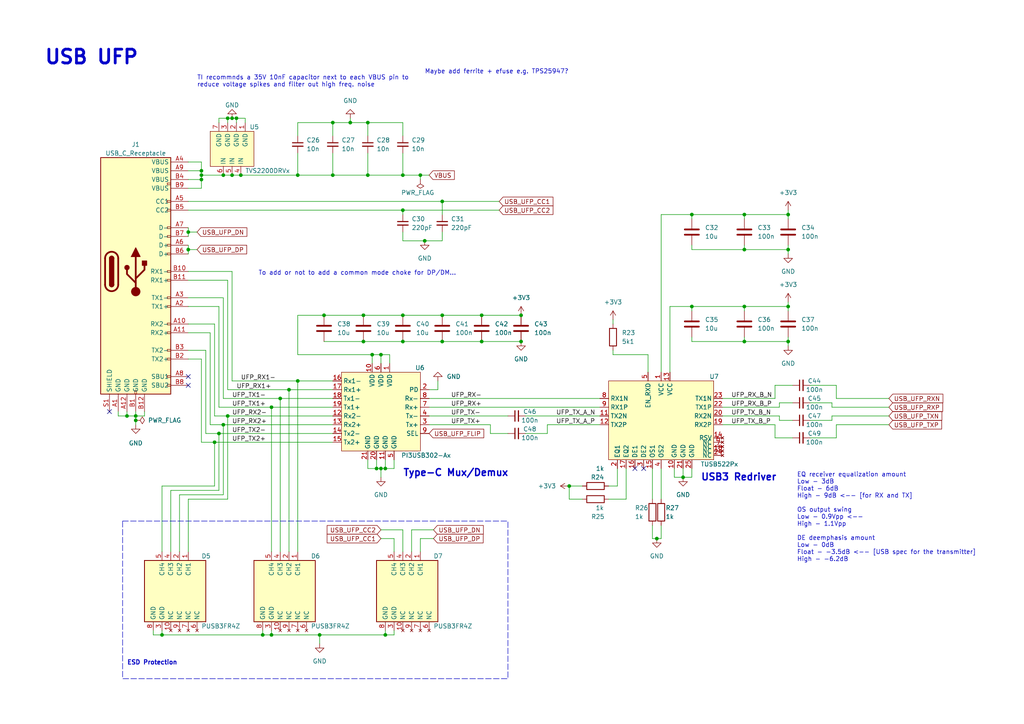
<source format=kicad_sch>
(kicad_sch (version 20230121) (generator eeschema)
  (paper "A4")
  (lib_symbols
    (symbol "CakeUSB:PI3USB302-Ax"
      (property "Reference" "U" (at -12.7 12.7 0))
      (property "Value" "PI3USB302-Ax" (at 16.51 12.7 0))
      (symbol "PI3USB302-Ax_1_1"
        (rectangle (start -11.43 11.43) (end 11.43 -11.43) (fill (type background)))
        (pin power_in line (at -2.54 13.97 270) (length 2.54) (name "VDD") (number "1"))
        (pin power_in line (at 2.54 13.97 270) (length 2.54) (name "VDD") (number "10"))
        (pin power_in line (at -1.27 -13.97 90) (length 2.54) (name "GND") (number "11"))
        (pin bidirectional line (at 13.97 -1.27 180) (length 2.54) (name "Rx2-") (number "12"))
        (pin bidirectional line (at 13.97 -3.81 180) (length 2.54) (name "Rx2+") (number "13"))
        (pin bidirectional line (at 13.97 -6.35 180) (length 2.54) (name "Tx2-") (number "14"))
        (pin bidirectional line (at 13.97 -8.89 180) (length 2.54) (name "Tx2+") (number "15"))
        (pin bidirectional line (at 13.97 8.89 180) (length 2.54) (name "Rx1-") (number "16"))
        (pin bidirectional line (at 13.97 6.35 180) (length 2.54) (name "Rx1+") (number "17"))
        (pin bidirectional line (at 13.97 3.81 180) (length 2.54) (name "Tx1-") (number "18"))
        (pin bidirectional line (at 13.97 1.27 180) (length 2.54) (name "Tx1+") (number "19"))
        (pin input line (at -13.97 6.35 0) (length 2.54) (name "PD") (number "2"))
        (pin power_in line (at 1.27 -13.97 90) (length 2.54) (name "GND") (number "20"))
        (pin power_in line (at 3.81 -13.97 90) (length 2.54) (name "GND") (number "21"))
        (pin bidirectional line (at -13.97 -3.81 0) (length 2.54) (name "Tx+") (number "3"))
        (pin bidirectional line (at -13.97 -1.27 0) (length 2.54) (name "Tx-") (number "4"))
        (pin power_in line (at -3.81 -13.97 90) (length 2.54) (name "GND") (number "5"))
        (pin power_in line (at 0 13.97 270) (length 2.54) (name "VDD") (number "6"))
        (pin bidirectional line (at -13.97 1.27 0) (length 2.54) (name "Rx+") (number "7"))
        (pin bidirectional line (at -13.97 3.81 0) (length 2.54) (name "Rx-") (number "8"))
        (pin input line (at -13.97 -6.35 0) (length 2.54) (name "SEL") (number "9"))
      )
    )
    (symbol "CakeUSB:PUSB3FR4Z"
      (property "Reference" "D" (at -10.16 10.16 0))
      (property "Value" "PUSB3FR4Z" (at 11.43 10.16 0))
      (symbol "PUSB3FR4Z_1_1"
        (rectangle (start -8.89 8.89) (end 8.89 -8.89) (stroke (width 0.254)) (fill (type background)))
        (pin passive line (at -11.43 3.81 0) (length 2.54) (name "CH1") (number "1"))
        (pin no_connect line (at 11.43 -1.27 180) (length 2.54) (name "NC") (number "10"))
        (pin passive line (at -11.43 1.27 0) (length 2.54) (name "CH2") (number "2"))
        (pin power_in line (at 11.43 -3.81 180) (length 2.54) (name "GND") (number "3"))
        (pin passive line (at -11.43 -1.27 0) (length 2.54) (name "CH3") (number "4"))
        (pin passive line (at -11.43 -3.81 0) (length 2.54) (name "CH4") (number "5"))
        (pin no_connect line (at 11.43 6.35 180) (length 2.54) (name "NC") (number "6"))
        (pin no_connect line (at 11.43 3.81 180) (length 2.54) (name "NC") (number "7"))
        (pin power_in line (at 11.43 -6.35 180) (length 2.54) (name "GND") (number "8"))
        (pin no_connect line (at 11.43 1.27 180) (length 2.54) (name "NC") (number "9"))
      )
    )
    (symbol "CakeUSB:TUSB522Px"
      (property "Reference" "U" (at -16.51 12.7 0))
      (property "Value" "TUSB522Px" (at 19.05 12.7 0))
      (symbol "TUSB522Px_1_1"
        (rectangle (start -15.24 11.43) (end 15.24 -11.43) (fill (type background)))
        (pin power_in line (at 0 13.97 270) (length 2.54) (name "VCC") (number "1"))
        (pin power_in line (at 3.81 -13.97 90) (length 2.54) (name "GND") (number "10"))
        (pin output line (at -17.78 1.27 0) (length 2.54) (name "TX2N") (number "11"))
        (pin output line (at -17.78 -1.27 0) (length 2.54) (name "TX2P") (number "12"))
        (pin power_in line (at 2.54 13.97 270) (length 2.54) (name "VCC") (number "13"))
        (pin no_connect line (at 17.78 -5.08 180) (length 2.54) (name "RSV") (number "14"))
        (pin input line (at -2.54 -13.97 90) (length 2.54) (name "OS1") (number "15"))
        (pin input line (at -7.62 -13.97 90) (length 2.54) (name "DE1") (number "16"))
        (pin input line (at -10.16 -13.97 90) (length 2.54) (name "EQ2") (number "17"))
        (pin no_connect line (at 17.78 -8.89 180) (length 2.54) (name "NC") (number "18"))
        (pin input line (at 17.78 -1.27 180) (length 2.54) (name "RX2P") (number "19"))
        (pin input line (at -12.7 -13.97 90) (length 2.54) (name "EQ1") (number "2"))
        (pin input line (at 17.78 1.27 180) (length 2.54) (name "RX2N") (number "20"))
        (pin power_in line (at 6.35 -13.97 90) (length 2.54) (name "GND") (number "21"))
        (pin output line (at 17.78 3.81 180) (length 2.54) (name "TX1P") (number "22"))
        (pin output line (at 17.78 6.35 180) (length 2.54) (name "TX1N") (number "23"))
        (pin no_connect line (at 17.78 -10.16 180) (length 2.54) (name "NC") (number "24"))
        (pin power_in line (at 8.89 -13.97 90) (length 2.54) (name "GND") (number "25"))
        (pin input line (at -5.08 -13.97 90) (length 2.54) (name "DE2") (number "3"))
        (pin input line (at 0 -13.97 90) (length 2.54) (name "OS2") (number "4"))
        (pin input line (at -3.81 13.97 270) (length 2.54) (name "EN_RXD") (number "5"))
        (pin no_connect line (at 17.78 -6.35 180) (length 2.54) (name "NC") (number "6"))
        (pin no_connect line (at 17.78 -7.62 180) (length 2.54) (name "NC") (number "7"))
        (pin input line (at -17.78 6.35 0) (length 2.54) (name "RX1N") (number "8"))
        (pin input line (at -17.78 3.81 0) (length 2.54) (name "RX1P") (number "9"))
      )
    )
    (symbol "CakeUSB:TVS2200DRVx"
      (property "Reference" "D" (at -6.35 7.62 0))
      (property "Value" "TVS2200DRVx" (at 11.43 7.62 0))
      (symbol "TVS2200DRVx_1_1"
        (rectangle (start -5.08 6.35) (end 5.08 -6.35) (fill (type background)))
        (pin power_in line (at -7.62 3.81 0) (length 2.54) (name "GND") (number "1"))
        (pin power_in line (at -7.62 1.27 0) (length 2.54) (name "GND") (number "2"))
        (pin power_in line (at -7.62 -1.27 0) (length 2.54) (name "GND") (number "3"))
        (pin power_in line (at 7.62 2.54 180) (length 2.54) (name "IN") (number "4"))
        (pin power_in line (at 7.62 0 180) (length 2.54) (name "IN") (number "5"))
        (pin power_in line (at 7.62 -2.54 180) (length 2.54) (name "IN") (number "6"))
        (pin power_in line (at -7.62 -3.81 0) (length 2.54) (name "GND") (number "7"))
      )
    )
    (symbol "CakeUSB:USB_C_Receptacle"
      (property "Reference" "J" (at -10.16 35.56 0))
      (symbol "USB_C_Receptacle_0_0"
        (rectangle (start 1.016 -34.29) (end 1.524 -33.274))
        (rectangle (start 11.43 -31.496) (end 10.414 -32.004))
        (rectangle (start 11.43 -28.956) (end 10.414 -29.464))
        (rectangle (start 11.43 -23.876) (end 10.414 -24.384))
        (rectangle (start 11.43 -21.336) (end 10.414 -21.844))
        (rectangle (start 11.43 -16.256) (end 10.414 -16.764))
        (rectangle (start 11.43 -13.716) (end 10.414 -14.224))
        (rectangle (start 11.43 -8.636) (end 10.414 -9.144))
        (rectangle (start 11.43 -6.096) (end 10.414 -6.604))
        (rectangle (start 11.43 -1.016) (end 10.414 -1.524))
        (rectangle (start 11.43 1.524) (end 10.414 1.016))
        (rectangle (start 11.43 6.604) (end 10.414 6.096))
        (rectangle (start 11.43 9.144) (end 10.414 8.636))
        (rectangle (start 11.43 11.684) (end 10.414 11.176))
        (rectangle (start 11.43 14.224) (end 10.414 13.716))
        (rectangle (start 11.43 19.304) (end 10.414 18.796))
        (rectangle (start 11.43 21.844) (end 10.414 21.336))
        (rectangle (start 11.43 26.924) (end 10.414 26.416))
      )
      (symbol "USB_C_Receptacle_0_1"
        (rectangle (start -8.89 34.29) (end 11.43 -34.29) (stroke (width 0.254)) (fill (type background)))
        (arc (start -7.62 -2.54) (mid -5.715 -4.4367) (end -3.81 -2.54) (stroke (width 0.508)))
        (arc (start -6.35 -2.54) (mid -5.715 -3.1723) (end -5.08 -2.54) (stroke (width 0.254)))
        (arc (start -6.35 -2.54) (mid -5.715 -3.1723) (end -5.08 -2.54) (stroke (width 0.254)) (fill (type outline)))
        (rectangle (start -6.35 -2.54) (end -5.08 5.08) (stroke (width 0.254)) (fill (type outline)))
        (arc (start -5.08 5.08) (mid -5.715 5.7123) (end -6.35 5.08) (stroke (width 0.254)))
        (arc (start -5.08 5.08) (mid -5.715 5.7123) (end -6.35 5.08) (stroke (width 0.254)) (fill (type outline)))
        (arc (start -3.81 5.08) (mid -5.715 6.9767) (end -7.62 5.08) (stroke (width 0.508)))
        (polyline (pts (xy -7.62 -2.54) (xy -7.62 5.08)) (stroke (width 0.508)))
        (polyline (pts (xy -3.81 5.08) (xy -3.81 -2.54)) (stroke (width 0.508)))
      )
      (symbol "USB_C_Receptacle_1_1"
        (circle (center -1.27 2.413) (radius 0.635) (stroke (width 0.254)) (fill (type outline)))
        (polyline (pts (xy 1.27 -4.572) (xy 1.27 5.588)) (stroke (width 0.508)))
        (polyline (pts (xy 1.27 -2.032) (xy -1.27 0.508) (xy -1.27 1.778)) (stroke (width 0.508)))
        (polyline (pts (xy 1.27 -0.762) (xy 3.81 1.778) (xy 3.81 3.048)) (stroke (width 0.508)))
        (polyline (pts (xy 0 5.588) (xy 1.27 8.128) (xy 2.54 5.588) (xy 0 5.588)) (stroke (width 0.254)) (fill (type outline)))
        (circle (center 1.27 -4.572) (radius 1.27) (fill (type outline)))
        (rectangle (start 3.175 3.048) (end 4.445 4.318) (stroke (width 0.254)) (fill (type outline)))
        (pin passive line (at -3.81 -39.37 90) (length 5.08) (name "GND") (number "A1"))
        (pin bidirectional line (at 16.51 -13.97 180) (length 5.08) (name "RX2-") (number "A10"))
        (pin bidirectional line (at 16.51 -16.51 180) (length 5.08) (name "RX2+") (number "A11"))
        (pin passive line (at -1.27 -39.37 90) (length 5.08) (name "GND") (number "A12"))
        (pin bidirectional line (at 16.51 -8.89 180) (length 5.08) (name "TX1+") (number "A2"))
        (pin bidirectional line (at 16.51 -6.35 180) (length 5.08) (name "TX1-") (number "A3"))
        (pin passive line (at 16.51 33.02 180) (length 5.08) (name "VBUS") (number "A4"))
        (pin bidirectional line (at 16.51 21.59 180) (length 5.08) (name "CC1") (number "A5"))
        (pin bidirectional line (at 16.51 8.89 180) (length 5.08) (name "D+") (number "A6"))
        (pin bidirectional line (at 16.51 13.97 180) (length 5.08) (name "D-") (number "A7"))
        (pin bidirectional line (at 16.51 -29.21 180) (length 5.08) (name "SBU1") (number "A8"))
        (pin passive line (at 16.51 30.48 180) (length 5.08) (name "VBUS") (number "A9"))
        (pin passive line (at 1.27 -39.37 90) (length 5.08) (name "GND") (number "B1"))
        (pin bidirectional line (at 16.51 1.27 180) (length 5.08) (name "RX1-") (number "B10"))
        (pin bidirectional line (at 16.51 -1.27 180) (length 5.08) (name "RX1+") (number "B11"))
        (pin passive line (at 3.81 -39.37 90) (length 5.08) (name "GND") (number "B12"))
        (pin bidirectional line (at 16.51 -24.13 180) (length 5.08) (name "TX2+") (number "B2"))
        (pin bidirectional line (at 16.51 -21.59 180) (length 5.08) (name "TX2-") (number "B3"))
        (pin passive line (at 16.51 27.94 180) (length 5.08) (name "VBUS") (number "B4"))
        (pin bidirectional line (at 16.51 19.05 180) (length 5.08) (name "CC2") (number "B5"))
        (pin bidirectional line (at 16.51 6.35 180) (length 5.08) (name "D+") (number "B6"))
        (pin bidirectional line (at 16.51 11.43 180) (length 5.08) (name "D-") (number "B7"))
        (pin bidirectional line (at 16.51 -31.75 180) (length 5.08) (name "SBU2") (number "B8"))
        (pin passive line (at 16.51 25.4 180) (length 5.08) (name "VBUS") (number "B9"))
        (pin passive line (at -6.35 -39.37 90) (length 5.08) (name "SHIELD") (number "S1"))
      )
    )
    (symbol "Device:C" (pin_numbers hide) (pin_names (offset 0.254))
      (property "Reference" "C" (at 0.635 2.54 0))
      (property "Value" "C" (at 0.635 -2.54 0))
      (symbol "C_0_1"
        (polyline (pts (xy -2.032 -0.762) (xy 2.032 -0.762)) (stroke (width 0.508)))
        (polyline (pts (xy -2.032 0.762) (xy 2.032 0.762)) (stroke (width 0.508)))
      )
      (symbol "C_1_1"
        (pin passive line (at 0 3.81 270) (length 2.794) (name "~") (number "1"))
        (pin passive line (at 0 -3.81 90) (length 2.794) (name "~") (number "2"))
      )
    )
    (symbol "Device:C_Small" (pin_numbers hide) (pin_names (offset 0.254) hide)
      (property "Reference" "C" (at 0.254 1.778 0))
      (property "Value" "C_Small" (at 0.254 -2.032 0))
      (symbol "C_Small_0_1"
        (polyline (pts (xy -1.524 -0.508) (xy 1.524 -0.508)) (stroke (width 0.3302)))
        (polyline (pts (xy -1.524 0.508) (xy 1.524 0.508)) (stroke (width 0.3048)))
      )
      (symbol "C_Small_1_1"
        (pin passive line (at 0 2.54 270) (length 2.032) (name "~") (number "1"))
        (pin passive line (at 0 -2.54 90) (length 2.032) (name "~") (number "2"))
      )
    )
    (symbol "Device:R" (pin_numbers hide) (pin_names (offset 0))
      (property "Reference" "R" (at 2.032 0 90))
      (property "Value" "R" (at 0 0 90))
      (symbol "R_0_1"
        (rectangle (start -1.016 -2.54) (end 1.016 2.54) (stroke (width 0.254)))
      )
      (symbol "R_1_1"
        (pin passive line (at 0 3.81 270) (length 1.27) (name "~") (number "1"))
        (pin passive line (at 0 -3.81 90) (length 1.27) (name "~") (number "2"))
      )
    )
    (symbol "power:+3V3" (power) (pin_names (offset 0))
      (property "Value" "+3V3" (at 0 3.556 0))
      (symbol "+3V3_0_1"
        (polyline (pts (xy -0.762 1.27) (xy 0 2.54)))
        (polyline (pts (xy 0 0) (xy 0 2.54)))
        (polyline (pts (xy 0 2.54) (xy 0.762 1.27)))
      )
      (symbol "+3V3_1_1"
        (pin power_in line (at 0 0 90) (length 0) hide (name "+3V3") (number "1"))
      )
    )
    (symbol "power:GND" (power) (pin_names (offset 0))
      (property "Value" "GND" (at 0 -3.81 0))
      (symbol "GND_0_1"
        (polyline (pts (xy 0 0) (xy 0 -1.27) (xy 1.27 -1.27) (xy 0 -2.54) (xy -1.27 -1.27) (xy 0 -1.27)))
      )
      (symbol "GND_1_1"
        (pin power_in line (at 0 0 270) (length 0) hide (name "GND") (number "1"))
      )
    )
    (symbol "power:PWR_FLAG" (power) (pin_numbers hide) (pin_names (offset 0) hide)
      (property "Value" "PWR_FLAG" (at 0 3.81 0))
      (symbol "PWR_FLAG_0_0"
        (pin power_out line (at 0 0 90) (length 0) (name "pwr") (number "1"))
      )
      (symbol "PWR_FLAG_0_1"
        (polyline (pts (xy 0 0) (xy 0 1.27) (xy -1.016 1.905) (xy 0 2.54) (xy 1.016 1.905) (xy 0 1.27)))
      )
    )
  )
  (junction (at 106.68 35.56))
  (junction (at 215.9 62.23))
  (junction (at 165.1 140.97))
  (junction (at 109.22 135.89))
  (junction (at 105.41 99.06))
  (junction (at 78.74 184.15))
  (junction (at 39.37 121.92))
  (junction (at 116.84 50.8))
  (junction (at 101.6 35.56))
  (junction (at 64.77 50.8))
  (junction (at 198.12 138.43))
  (junction (at 67.31 34.29))
  (junction (at 54.61 67.31))
  (junction (at 110.49 102.87))
  (junction (at 121.92 50.8))
  (junction (at 116.84 91.44))
  (junction (at 215.9 72.39))
  (junction (at 215.9 88.9))
  (junction (at 58.42 52.07))
  (junction (at 96.52 35.56))
  (junction (at 46.99 184.15))
  (junction (at 200.66 88.9))
  (junction (at 111.76 135.89))
  (junction (at 190.5 156.21))
  (junction (at 139.7 99.06))
  (junction (at 63.5 125.73))
  (junction (at 105.41 91.44))
  (junction (at 62.23 128.27))
  (junction (at 83.82 113.03))
  (junction (at 228.6 88.9))
  (junction (at 86.36 110.49))
  (junction (at 228.6 99.06))
  (junction (at 64.77 123.19))
  (junction (at 228.6 72.39))
  (junction (at 92.71 184.15))
  (junction (at 67.31 50.8))
  (junction (at 68.58 34.29))
  (junction (at 66.04 120.65))
  (junction (at 111.76 184.15))
  (junction (at 106.68 50.8))
  (junction (at 110.49 135.89))
  (junction (at 151.13 99.06))
  (junction (at 200.66 62.23))
  (junction (at 58.42 50.8))
  (junction (at 93.98 91.44))
  (junction (at 123.19 69.85))
  (junction (at 39.37 120.65))
  (junction (at 128.27 58.42))
  (junction (at 128.27 91.44))
  (junction (at 139.7 91.44))
  (junction (at 128.27 99.06))
  (junction (at 54.61 72.39))
  (junction (at 58.42 49.53))
  (junction (at 96.52 50.8))
  (junction (at 78.74 118.11))
  (junction (at 215.9 99.06))
  (junction (at 228.6 62.23))
  (junction (at 151.13 91.44))
  (junction (at 86.36 50.8))
  (junction (at 107.95 102.87))
  (junction (at 81.28 115.57))
  (junction (at 36.83 120.65))
  (junction (at 76.2 184.15))
  (junction (at 116.84 99.06))
  (junction (at 66.04 34.29))
  (junction (at 116.84 60.96))
  (junction (at 69.85 50.8))
  (no_connect (at 31.75 119.38))
  (no_connect (at 54.61 109.22))
  (no_connect (at 186.69 135.89))
  (no_connect (at 184.15 135.89))
  (no_connect (at 54.61 111.76))
  (wire (pts (xy 189.23 156.21) (xy 190.5 156.21)))
  (wire (pts (xy 110.49 102.87) (xy 110.49 105.41)))
  (wire (pts (xy 228.6 71.12) (xy 228.6 72.39)))
  (wire (pts (xy 110.49 135.89) (xy 111.76 135.89)))
  (wire (pts (xy 165.1 144.78) (xy 165.1 140.97)))
  (wire (pts (xy 128.27 67.31) (xy 128.27 69.85)))
  (wire (pts (xy 224.79 127) (xy 229.87 127)))
  (wire (pts (xy 54.61 49.53) (xy 58.42 49.53)))
  (wire (pts (xy 224.79 123.19) (xy 224.79 127)))
  (wire (pts (xy 83.82 113.03) (xy 96.52 113.03)))
  (wire (pts (xy 106.68 44.45) (xy 106.68 50.8)))
  (wire (pts (xy 110.49 153.67) (xy 116.84 153.67)))
  (wire (pts (xy 168.91 140.97) (xy 165.1 140.97)))
  (wire (pts (xy 200.66 62.23) (xy 191.77 62.23)))
  (wire (pts (xy 181.61 135.89) (xy 181.61 144.78)))
  (wire (pts (xy 86.36 39.37) (xy 86.36 35.56)))
  (wire (pts (xy 116.84 69.85) (xy 123.19 69.85)))
  (wire (pts (xy 41.91 119.38) (xy 41.91 120.65)))
  (wire (pts (xy 242.57 123.19) (xy 257.81 123.19)))
  (wire (pts (xy 39.37 123.19) (xy 39.37 121.92)))
  (wire (pts (xy 58.42 104.14) (xy 58.42 128.27)))
  (wire (pts (xy 58.42 49.53) (xy 58.42 50.8)))
  (wire (pts (xy 54.61 60.96) (xy 116.84 60.96)))
  (wire (pts (xy 128.27 99.06) (xy 139.7 99.06)))
  (wire (pts (xy 234.95 111.76) (xy 242.57 111.76)))
  (wire (pts (xy 114.3 156.21) (xy 114.3 160.02)))
  (wire (pts (xy 209.55 120.65) (xy 226.06 120.65)))
  (wire (pts (xy 78.74 182.88) (xy 78.74 184.15)))
  (wire (pts (xy 121.92 156.21) (xy 121.92 160.02)))
  (wire (pts (xy 116.84 60.96) (xy 116.84 62.23)))
  (wire (pts (xy 69.85 50.8) (xy 86.36 50.8)))
  (wire (pts (xy 200.66 90.17) (xy 200.66 88.9)))
  (wire (pts (xy 106.68 35.56) (xy 101.6 35.56)))
  (wire (pts (xy 67.31 34.29) (xy 68.58 34.29)))
  (wire (pts (xy 66.04 81.28) (xy 66.04 113.03)))
  (wire (pts (xy 64.77 123.19) (xy 96.52 123.19)))
  (wire (pts (xy 139.7 99.06) (xy 151.13 99.06)))
  (wire (pts (xy 168.91 144.78) (xy 165.1 144.78)))
  (wire (pts (xy 191.77 152.4) (xy 191.77 156.21)))
  (wire (pts (xy 96.52 44.45) (xy 96.52 50.8)))
  (wire (pts (xy 242.57 115.57) (xy 257.81 115.57)))
  (wire (pts (xy 124.46 50.8) (xy 121.92 50.8)))
  (wire (pts (xy 44.45 184.15) (xy 46.99 184.15)))
  (wire (pts (xy 67.31 78.74) (xy 67.31 110.49)))
  (wire (pts (xy 54.61 66.04) (xy 54.61 67.31)))
  (wire (pts (xy 67.31 34.29) (xy 66.04 34.29)))
  (wire (pts (xy 86.36 110.49) (xy 86.36 160.02)))
  (wire (pts (xy 125.73 153.67) (xy 119.38 153.67)))
  (wire (pts (xy 111.76 135.89) (xy 114.3 135.89)))
  (wire (pts (xy 110.49 156.21) (xy 114.3 156.21)))
  (wire (pts (xy 63.5 142.24) (xy 63.5 125.73)))
  (wire (pts (xy 58.42 52.07) (xy 58.42 54.61)))
  (wire (pts (xy 63.5 88.9) (xy 63.5 118.11)))
  (wire (pts (xy 224.79 115.57) (xy 224.79 111.76)))
  (wire (pts (xy 109.22 133.35) (xy 109.22 135.89)))
  (wire (pts (xy 215.9 90.17) (xy 215.9 88.9)))
  (wire (pts (xy 59.69 101.6) (xy 59.69 125.73)))
  (wire (pts (xy 241.3 116.84) (xy 241.3 118.11)))
  (wire (pts (xy 228.6 100.33) (xy 228.6 99.06)))
  (wire (pts (xy 195.58 138.43) (xy 198.12 138.43)))
  (wire (pts (xy 124.46 113.03) (xy 127 113.03)))
  (wire (pts (xy 64.77 86.36) (xy 64.77 115.57)))
  (wire (pts (xy 158.75 125.73) (xy 158.75 123.19)))
  (wire (pts (xy 78.74 118.11) (xy 96.52 118.11)))
  (wire (pts (xy 92.71 184.15) (xy 92.71 186.69)))
  (wire (pts (xy 46.99 140.97) (xy 62.23 140.97)))
  (wire (pts (xy 54.61 52.07) (xy 58.42 52.07)))
  (wire (pts (xy 36.83 119.38) (xy 36.83 120.65)))
  (wire (pts (xy 67.31 110.49) (xy 86.36 110.49)))
  (wire (pts (xy 60.96 123.19) (xy 64.77 123.19)))
  (wire (pts (xy 242.57 127) (xy 242.57 123.19)))
  (wire (pts (xy 128.27 69.85) (xy 123.19 69.85)))
  (wire (pts (xy 52.07 143.51) (xy 52.07 160.02)))
  (wire (pts (xy 111.76 182.88) (xy 111.76 184.15)))
  (wire (pts (xy 64.77 50.8) (xy 67.31 50.8)))
  (wire (pts (xy 54.61 81.28) (xy 66.04 81.28)))
  (wire (pts (xy 113.03 102.87) (xy 110.49 102.87)))
  (wire (pts (xy 54.61 78.74) (xy 67.31 78.74)))
  (wire (pts (xy 226.06 118.11) (xy 226.06 116.84)))
  (wire (pts (xy 116.84 35.56) (xy 106.68 35.56)))
  (wire (pts (xy 54.61 96.52) (xy 60.96 96.52)))
  (wire (pts (xy 58.42 50.8) (xy 64.77 50.8)))
  (wire (pts (xy 71.12 34.29) (xy 68.58 34.29)))
  (wire (pts (xy 194.31 88.9) (xy 200.66 88.9)))
  (wire (pts (xy 234.95 121.92) (xy 241.3 121.92)))
  (wire (pts (xy 128.27 58.42) (xy 128.27 62.23)))
  (wire (pts (xy 54.61 144.78) (xy 54.61 160.02)))
  (wire (pts (xy 116.84 39.37) (xy 116.84 35.56)))
  (wire (pts (xy 92.71 184.15) (xy 111.76 184.15)))
  (wire (pts (xy 228.6 73.66) (xy 228.6 72.39)))
  (wire (pts (xy 228.6 60.96) (xy 228.6 62.23)))
  (wire (pts (xy 179.07 135.89) (xy 179.07 140.97)))
  (wire (pts (xy 226.06 116.84) (xy 229.87 116.84)))
  (wire (pts (xy 49.53 142.24) (xy 63.5 142.24)))
  (wire (pts (xy 177.8 92.71) (xy 177.8 93.98)))
  (wire (pts (xy 195.58 135.89) (xy 195.58 138.43)))
  (wire (pts (xy 241.3 121.92) (xy 241.3 120.65)))
  (wire (pts (xy 106.68 50.8) (xy 116.84 50.8)))
  (wire (pts (xy 241.3 118.11) (xy 257.81 118.11)))
  (wire (pts (xy 86.36 35.56) (xy 96.52 35.56)))
  (wire (pts (xy 41.91 120.65) (xy 39.37 120.65)))
  (wire (pts (xy 54.61 58.42) (xy 128.27 58.42)))
  (wire (pts (xy 209.55 123.19) (xy 224.79 123.19)))
  (wire (pts (xy 242.57 111.76) (xy 242.57 115.57)))
  (wire (pts (xy 228.6 63.5) (xy 228.6 62.23)))
  (wire (pts (xy 215.9 62.23) (xy 228.6 62.23)))
  (wire (pts (xy 96.52 35.56) (xy 101.6 35.56)))
  (wire (pts (xy 194.31 107.95) (xy 194.31 88.9)))
  (wire (pts (xy 226.06 121.92) (xy 229.87 121.92)))
  (wire (pts (xy 110.49 102.87) (xy 107.95 102.87)))
  (wire (pts (xy 114.3 133.35) (xy 114.3 135.89)))
  (wire (pts (xy 110.49 135.89) (xy 110.49 138.43)))
  (wire (pts (xy 39.37 119.38) (xy 39.37 120.65)))
  (wire (pts (xy 200.66 88.9) (xy 215.9 88.9)))
  (wire (pts (xy 59.69 125.73) (xy 63.5 125.73)))
  (wire (pts (xy 46.99 140.97) (xy 46.99 160.02)))
  (wire (pts (xy 152.4 125.73) (xy 158.75 125.73)))
  (wire (pts (xy 58.42 50.8) (xy 58.42 52.07)))
  (wire (pts (xy 106.68 135.89) (xy 109.22 135.89)))
  (wire (pts (xy 46.99 184.15) (xy 76.2 184.15)))
  (wire (pts (xy 54.61 86.36) (xy 64.77 86.36)))
  (wire (pts (xy 176.53 140.97) (xy 179.07 140.97)))
  (wire (pts (xy 86.36 50.8) (xy 96.52 50.8)))
  (wire (pts (xy 83.82 113.03) (xy 83.82 160.02)))
  (wire (pts (xy 46.99 182.88) (xy 46.99 184.15)))
  (wire (pts (xy 116.84 60.96) (xy 144.78 60.96)))
  (wire (pts (xy 63.5 125.73) (xy 96.52 125.73)))
  (wire (pts (xy 106.68 39.37) (xy 106.68 35.56)))
  (wire (pts (xy 93.98 99.06) (xy 105.41 99.06)))
  (wire (pts (xy 139.7 91.44) (xy 151.13 91.44)))
  (wire (pts (xy 105.41 91.44) (xy 116.84 91.44)))
  (wire (pts (xy 200.66 135.89) (xy 200.66 138.43)))
  (wire (pts (xy 86.36 110.49) (xy 96.52 110.49)))
  (wire (pts (xy 62.23 140.97) (xy 62.23 128.27)))
  (wire (pts (xy 200.66 99.06) (xy 215.9 99.06)))
  (wire (pts (xy 54.61 46.99) (xy 58.42 46.99)))
  (wire (pts (xy 116.84 91.44) (xy 128.27 91.44)))
  (wire (pts (xy 54.61 67.31) (xy 54.61 68.58)))
  (wire (pts (xy 76.2 182.88) (xy 76.2 184.15)))
  (wire (pts (xy 96.52 50.8) (xy 106.68 50.8)))
  (wire (pts (xy 127 113.03) (xy 127 110.49)))
  (wire (pts (xy 52.07 143.51) (xy 64.77 143.51)))
  (wire (pts (xy 226.06 120.65) (xy 226.06 121.92)))
  (wire (pts (xy 66.04 34.29) (xy 66.04 35.56)))
  (wire (pts (xy 191.77 156.21) (xy 190.5 156.21)))
  (wire (pts (xy 124.46 115.57) (xy 173.99 115.57)))
  (wire (pts (xy 128.27 58.42) (xy 144.78 58.42)))
  (wire (pts (xy 109.22 135.89) (xy 110.49 135.89)))
  (wire (pts (xy 189.23 135.89) (xy 189.23 144.78)))
  (wire (pts (xy 200.66 97.79) (xy 200.66 99.06)))
  (wire (pts (xy 200.66 63.5) (xy 200.66 62.23)))
  (wire (pts (xy 71.12 35.56) (xy 71.12 34.29)))
  (wire (pts (xy 124.46 123.19) (xy 142.24 123.19)))
  (wire (pts (xy 189.23 152.4) (xy 189.23 156.21)))
  (wire (pts (xy 119.38 153.67) (xy 119.38 160.02)))
  (wire (pts (xy 224.79 111.76) (xy 229.87 111.76)))
  (wire (pts (xy 121.92 52.07) (xy 121.92 50.8)))
  (wire (pts (xy 63.5 118.11) (xy 78.74 118.11)))
  (wire (pts (xy 68.58 35.56) (xy 68.58 34.29)))
  (wire (pts (xy 86.36 91.44) (xy 93.98 91.44)))
  (wire (pts (xy 66.04 120.65) (xy 96.52 120.65)))
  (wire (pts (xy 54.61 71.12) (xy 54.61 72.39)))
  (wire (pts (xy 114.3 182.88) (xy 114.3 184.15)))
  (wire (pts (xy 39.37 120.65) (xy 39.37 121.92)))
  (wire (pts (xy 63.5 35.56) (xy 63.5 34.29)))
  (wire (pts (xy 54.61 104.14) (xy 58.42 104.14)))
  (wire (pts (xy 58.42 46.99) (xy 58.42 49.53)))
  (wire (pts (xy 96.52 35.56) (xy 96.52 39.37)))
  (wire (pts (xy 54.61 93.98) (xy 62.23 93.98)))
  (wire (pts (xy 58.42 128.27) (xy 62.23 128.27)))
  (wire (pts (xy 215.9 63.5) (xy 215.9 62.23)))
  (wire (pts (xy 54.61 88.9) (xy 63.5 88.9)))
  (wire (pts (xy 34.29 120.65) (xy 36.83 120.65)))
  (wire (pts (xy 54.61 67.31) (xy 57.15 67.31)))
  (wire (pts (xy 187.96 102.87) (xy 177.8 102.87)))
  (wire (pts (xy 64.77 143.51) (xy 64.77 123.19)))
  (wire (pts (xy 54.61 72.39) (xy 57.15 72.39)))
  (wire (pts (xy 200.66 72.39) (xy 215.9 72.39)))
  (wire (pts (xy 54.61 144.78) (xy 66.04 144.78)))
  (wire (pts (xy 54.61 101.6) (xy 59.69 101.6)))
  (wire (pts (xy 215.9 71.12) (xy 215.9 72.39)))
  (wire (pts (xy 107.95 105.41) (xy 107.95 102.87)))
  (wire (pts (xy 111.76 184.15) (xy 114.3 184.15)))
  (wire (pts (xy 124.46 120.65) (xy 147.32 120.65)))
  (wire (pts (xy 116.84 44.45) (xy 116.84 50.8)))
  (wire (pts (xy 200.66 138.43) (xy 198.12 138.43)))
  (wire (pts (xy 113.03 105.41) (xy 113.03 102.87)))
  (wire (pts (xy 209.55 115.57) (xy 224.79 115.57)))
  (wire (pts (xy 152.4 120.65) (xy 173.99 120.65)))
  (wire (pts (xy 116.84 67.31) (xy 116.84 69.85)))
  (wire (pts (xy 49.53 142.24) (xy 49.53 160.02)))
  (wire (pts (xy 62.23 128.27) (xy 96.52 128.27)))
  (wire (pts (xy 228.6 90.17) (xy 228.6 88.9)))
  (wire (pts (xy 66.04 144.78) (xy 66.04 120.65)))
  (wire (pts (xy 60.96 96.52) (xy 60.96 123.19)))
  (wire (pts (xy 198.12 135.89) (xy 198.12 138.43)))
  (wire (pts (xy 81.28 115.57) (xy 81.28 160.02)))
  (wire (pts (xy 215.9 97.79) (xy 215.9 99.06)))
  (wire (pts (xy 228.6 87.63) (xy 228.6 88.9)))
  (wire (pts (xy 66.04 113.03) (xy 83.82 113.03)))
  (wire (pts (xy 128.27 91.44) (xy 139.7 91.44)))
  (wire (pts (xy 116.84 99.06) (xy 128.27 99.06)))
  (wire (pts (xy 62.23 93.98) (xy 62.23 120.65)))
  (wire (pts (xy 124.46 118.11) (xy 173.99 118.11)))
  (wire (pts (xy 215.9 99.06) (xy 228.6 99.06)))
  (wire (pts (xy 81.28 115.57) (xy 96.52 115.57)))
  (wire (pts (xy 228.6 97.79) (xy 228.6 99.06)))
  (wire (pts (xy 191.77 62.23) (xy 191.77 107.95)))
  (wire (pts (xy 176.53 144.78) (xy 181.61 144.78)))
  (wire (pts (xy 54.61 54.61) (xy 58.42 54.61)))
  (wire (pts (xy 76.2 184.15) (xy 78.74 184.15)))
  (wire (pts (xy 105.41 99.06) (xy 116.84 99.06)))
  (wire (pts (xy 200.66 71.12) (xy 200.66 72.39)))
  (wire (pts (xy 62.23 120.65) (xy 66.04 120.65)))
  (wire (pts (xy 67.31 50.8) (xy 69.85 50.8)))
  (wire (pts (xy 64.77 115.57) (xy 81.28 115.57)))
  (wire (pts (xy 78.74 118.11) (xy 78.74 160.02)))
  (wire (pts (xy 44.45 182.88) (xy 44.45 184.15)))
  (wire (pts (xy 116.84 50.8) (xy 121.92 50.8)))
  (wire (pts (xy 191.77 135.89) (xy 191.77 144.78)))
  (wire (pts (xy 66.04 34.29) (xy 63.5 34.29)))
  (wire (pts (xy 241.3 120.65) (xy 257.81 120.65)))
  (wire (pts (xy 158.75 123.19) (xy 173.99 123.19)))
  (wire (pts (xy 234.95 116.84) (xy 241.3 116.84)))
  (wire (pts (xy 34.29 119.38) (xy 34.29 120.65)))
  (wire (pts (xy 93.98 91.44) (xy 105.41 91.44)))
  (wire (pts (xy 177.8 101.6) (xy 177.8 102.87)))
  (wire (pts (xy 142.24 125.73) (xy 142.24 123.19)))
  (wire (pts (xy 86.36 44.45) (xy 86.36 50.8)))
  (wire (pts (xy 209.55 118.11) (xy 226.06 118.11)))
  (wire (pts (xy 107.95 102.87) (xy 86.36 102.87)))
  (wire (pts (xy 78.74 184.15) (xy 92.71 184.15)))
  (wire (pts (xy 116.84 153.67) (xy 116.84 160.02)))
  (wire (pts (xy 36.83 120.65) (xy 39.37 120.65)))
  (wire (pts (xy 215.9 88.9) (xy 228.6 88.9)))
  (wire (pts (xy 142.24 125.73) (xy 147.32 125.73)))
  (wire (pts (xy 125.73 156.21) (xy 121.92 156.21)))
  (wire (pts (xy 215.9 72.39) (xy 228.6 72.39)))
  (wire (pts (xy 86.36 102.87) (xy 86.36 91.44)))
  (wire (pts (xy 101.6 34.29) (xy 101.6 35.56)))
  (wire (pts (xy 234.95 127) (xy 242.57 127)))
  (wire (pts (xy 200.66 62.23) (xy 215.9 62.23)))
  (wire (pts (xy 106.68 133.35) (xy 106.68 135.89)))
  (wire (pts (xy 54.61 72.39) (xy 54.61 73.66)))
  (wire (pts (xy 111.76 133.35) (xy 111.76 135.89)))
  (wire (pts (xy 187.96 107.95) (xy 187.96 102.87)))
  (rectangle (start 35.56 151.13) (end 147.32 196.85) (stroke (width 0) (type dash)))
  (text "TI recommnds a 35V 10nF capacitor next to each VBUS pin to \nreduce voltage spikes and filter out high freq. noise" (at 57.15 25.4 0) (effects (font (size 1.27 1.27)) (justify left bottom)))
  (text "Maybe add ferrite + efuse e.g. TPS25947?" (at 123.19 21.59 0) (effects (font (size 1.27 1.27)) (justify left bottom)))
  (text "Type-C Mux/Demux" (at 116.84 138.43 0) (effects (font (size 2 2) (thickness 0.4) bold) (justify left bottom)))
  (text "ESD Protection" (at 36.83 193.04 0) (effects (font (size 1.27 1.27) (thickness 0.254) bold) (justify left bottom)))
  (text "To add or not to add a common mode choke for DP/DM..." (at 74.93 80.01 0) (effects (font (size 1.27 1.27)) (justify left bottom)))
  (text "EQ receiver equalization amount\nLow - 3dB\nFloat - 6dB\nHigh - 9dB <-- [for RX and TX]\n\nOS output swing\nLow - 0.9Vpp <--\nHigh - 1.1Vpp\n\nDE deemphasis amount\nLow - 0dB\nFloat - -3.5dB <-- [USB spec for the transmitter]\nHigh - -6.2dB\n\n" (at 231.14 165.1 0) (effects (font (size 1.27 1.27)) (justify left bottom)))
  (text "USB3 Redriver" (at 203.2 139.7 0) (effects (font (size 2 2) (thickness 0.4) bold) (justify left bottom)))
  (text "Hmmm...\nhttps://electronics.stackexchange.com/questions/290777/usb-3-0-hub-shield-connection\n\nTo me, it should be the most upstream (battery side) board that connects the shield to GND via some parallel LC \nconnection" (at -115.57 132.08 0) (effects (font (size 1.27 1.27)) (justify left bottom)))
  (text "Should I add 2.2Ohm R_ESD and the caps for the RX lines?\n\"An ESD clamp voltage >4V may require a R_ESD on each differential pin, \nwhich should be placed near the USB connector.\"" (at 101.6 222.25 0) (effects (font (size 1.27 1.27)) (justify left bottom)))
  (text "USB UFP" (at 12.7 19.05 0) (effects (font (size 4 4) (thickness 0.8) bold) (justify left bottom)))
  (label "UFP_RX2+" (at 67.31 123.19 0))
  (label "UFP_TX_B_P" (at 212.09 123.19 0))
  (label "UFP_TX+" (at 130.81 123.19 0))
  (label "UFP_TX1-" (at 67.31 115.57 0))
  (label "UFP_RX1-" (at 69.85 110.49 0))
  (label "UFP_RX+" (at 130.81 118.11 0))
  (label "UFP_TX_A_P" (at 161.29 123.19 0))
  (label "UFP_TX2-" (at 67.31 125.73 0))
  (label "UFP_RX1+" (at 68.58 113.03 0))
  (label "UFP_TX_B_N" (at 212.09 120.65 0))
  (label "UFP_TX_A_N" (at 161.29 120.65 0))
  (label "UFP_RX2-" (at 67.31 120.65 0))
  (label "UFP_TX-" (at 130.81 120.65 0))
  (label "UFP_TX2+" (at 67.31 128.27 0))
  (label "UFP_RX_B_P" (at 212.09 118.11 0))
  (label "UFP_RX-" (at 130.81 115.57 0))
  (label "UFP_RX_B_N" (at 212.09 115.57 0))
  (label "UFP_TX1+" (at 67.31 118.11 0))
  (global_label "USB_UFP_CC2" (shape input) (at 110.49 153.67 180) (property "Intersheetrefs" "${INTERSHEET_REFS}" (effects hide)))
  (global_label "USB_UFP_TXP" (shape input) (at 257.81 123.19 0) (property "Intersheetrefs" "${INTERSHEET_REFS}" (effects hide)))
  (global_label "VBUS" (shape input) (at 124.46 50.8 0) (property "Intersheetrefs" "${INTERSHEET_REFS}" (effects hide)))
  (global_label "USB_UFP_CC2" (shape input) (at 144.78 60.96 0) (property "Intersheetrefs" "${INTERSHEET_REFS}" (effects hide)))
  (global_label "USB_UFP_DN" (shape input) (at 57.15 67.31 0) (property "Intersheetrefs" "${INTERSHEET_REFS}" (effects hide)))
  (global_label "USB_UFP_FLIP" (shape input) (at 124.46 125.73 0) (property "Intersheetrefs" "${INTERSHEET_REFS}" (effects hide)))
  (global_label "USB_UFP_DN" (shape input) (at 125.73 153.67 0) (property "Intersheetrefs" "${INTERSHEET_REFS}" (effects hide)))
  (global_label "USB_UFP_CC1" (shape input) (at 110.49 156.21 180) (property "Intersheetrefs" "${INTERSHEET_REFS}" (effects hide)))
  (global_label "USB_UFP_TXN" (shape input) (at 257.81 120.65 0) (property "Intersheetrefs" "${INTERSHEET_REFS}" (effects hide)))
  (global_label "USB_UFP_DP" (shape input) (at 57.15 72.39 0) (property "Intersheetrefs" "${INTERSHEET_REFS}" (effects hide)))
  (global_label "USB_UFP_RXN" (shape input) (at 257.81 115.57 0) (property "Intersheetrefs" "${INTERSHEET_REFS}" (effects hide)))
  (global_label "USB_UFP_CC1" (shape input) (at 144.78 58.42 0) (property "Intersheetrefs" "${INTERSHEET_REFS}" (effects hide)))
  (global_label "USB_UFP_DP" (shape input) (at 125.73 156.21 0) (property "Intersheetrefs" "${INTERSHEET_REFS}" (effects hide)))
  (global_label "USB_UFP_RXP" (shape input) (at 257.81 118.11 0) (property "Intersheetrefs" "${INTERSHEET_REFS}" (effects hide)))
  (symbol (lib_id "power:GND") (at 127 110.49 180) (unit 1)
    (property "Reference" "#PWR043" (effects hide))
    (property "Value" "GND" (at 129.54 109.22 0) (effects (justify right)))
  )
  (symbol (lib_id "Device:C_Small") (at 232.41 116.84 90) (unit 1)
    (property "Reference" "C45" (at 236.22 115.57 90))
    (property "Value" "100n" (at 236.22 118.11 90))
    (property "Footprint" "Capacitor_SMD:C_0402_1005Metric" (effects hide))
  )
  (symbol (lib_id "Device:C_Small") (at 106.68 41.91 0) (unit 1)
    (property "Reference" "C28" (at 109.22 40.6463 0) (effects (justify left)))
    (property "Value" "10n" (at 109.22 43.1863 0) (effects (justify left)))
    (property "Footprint" "Capacitor_SMD:C_0402_1005Metric" (effects hide))
  )
  (symbol (lib_id "power:+3V3") (at 228.6 60.96 0) (unit 1)
    (property "Reference" "#PWR035" (effects hide))
    (property "Value" "+3V3" (at 228.6 55.88 0))
  )
  (symbol (lib_id "Device:C_Small") (at 232.41 111.76 90) (unit 1)
    (property "Reference" "C44" (at 236.22 110.49 90))
    (property "Value" "100n" (at 236.22 113.03 90))
    (property "Footprint" "Capacitor_SMD:C_0402_1005Metric" (effects hide))
  )
  (symbol (lib_id "Device:R") (at 177.8 97.79 0) (unit 1)
    (property "Reference" "R23" (at 180.34 96.52 0) (effects (justify left)))
    (property "Value" "5k1" (at 180.34 99.06 0) (effects (justify left)))
    (property "Footprint" "Resistor_SMD:R_0603_1608Metric" (effects hide))
  )
  (symbol (lib_id "Device:C_Small") (at 232.41 121.92 90) (unit 1)
    (property "Reference" "C47" (at 236.22 120.65 90))
    (property "Value" "100n" (at 236.22 123.19 90))
    (property "Footprint" "Capacitor_SMD:C_0402_1005Metric" (effects hide))
  )
  (symbol (lib_id "Device:C") (at 151.13 95.25 0) (unit 1)
    (property "Reference" "C43" (at 154.94 93.98 0) (effects (justify left)))
    (property "Value" "100n" (at 154.94 96.52 0) (effects (justify left)))
    (property "Footprint" "Capacitor_SMD:C_0402_1005Metric" (effects hide))
  )
  (symbol (lib_id "Device:C") (at 139.7 95.25 0) (unit 1)
    (property "Reference" "C42" (at 143.51 93.98 0) (effects (justify left)))
    (property "Value" "100n" (at 143.51 96.52 0) (effects (justify left)))
    (property "Footprint" "Capacitor_SMD:C_0402_1005Metric" (effects hide))
  )
  (symbol (lib_id "power:GND") (at 190.5 156.21 0) (unit 1)
    (property "Reference" "#PWR048" (effects hide))
    (property "Value" "GND" (at 190.5 161.29 0))
  )
  (symbol (lib_id "Device:R") (at 172.72 140.97 90) (unit 1)
    (property "Reference" "R24" (at 175.26 138.43 90) (effects (justify left)))
    (property "Value" "1k" (at 175.26 135.89 90) (effects (justify left)))
    (property "Footprint" "Resistor_SMD:R_0603_1608Metric" (effects hide))
  )
  (symbol (lib_id "Device:C") (at 116.84 95.25 0) (unit 1)
    (property "Reference" "C40" (at 120.65 93.98 0) (effects (justify left)))
    (property "Value" "10u" (at 120.65 96.52 0) (effects (justify left)))
    (property "Footprint" "Capacitor_SMD:C_0603_1608Metric" (effects hide))
  )
  (symbol (lib_id "Device:C") (at 215.9 93.98 0) (unit 1)
    (property "Reference" "C36" (at 219.71 92.71 0) (effects (justify left)))
    (property "Value" "100n" (at 219.71 95.25 0) (effects (justify left)))
    (property "Footprint" "Capacitor_SMD:C_0402_1005Metric" (effects hide))
  )
  (symbol (lib_id "power:PWR_FLAG") (at 39.37 121.92 270) (unit 1)
    (property "Reference" "#FLG04" (effects hide))
    (property "Value" "PWR_FLAG" (at 42.926 121.92 90) (effects (justify left)))
  )
  (symbol (lib_id "CakeUSB:PUSB3FR4Z") (at 82.55 171.45 270) (unit 1)
    (property "Reference" "D6" (at 90.17 161.29 90) (effects (justify left)))
    (property "Value" "PUSB3FR4Z" (at 90.17 181.61 90) (effects (justify left)))
    (property "Footprint" "CakeUSB:PUSB3FR4Z" (effects hide))
    (property "Datasheet" "https://assets.nexperia.com/documents/data-sheet/PUSB3FR4.pdf" (effects hide))
  )
  (symbol (lib_id "Device:R") (at 189.23 148.59 0) (unit 1)
    (property "Reference" "R26" (at 184.15 147.32 0) (effects (justify left)))
    (property "Value" "1k" (at 184.15 149.86 0) (effects (justify left)))
    (property "Footprint" "Resistor_SMD:R_0603_1608Metric" (effects hide))
  )
  (symbol (lib_id "power:+3V3") (at 177.8 92.71 0) (unit 1)
    (property "Reference" "#PWR040" (effects hide))
    (property "Value" "+3V3" (at 177.8 87.63 0))
  )
  (symbol (lib_id "power:GND") (at 228.6 73.66 0) (unit 1)
    (property "Reference" "#PWR037" (effects hide))
    (property "Value" "GND" (at 228.6 78.74 0))
  )
  (symbol (lib_id "power:PWR_FLAG") (at 121.92 52.07 180) (unit 1)
    (property "Reference" "#FLG03" (effects hide))
    (property "Value" "PWR_FLAG" (at 121.158 55.88 0))
  )
  (symbol (lib_id "Device:C_Small") (at 149.86 125.73 90) (unit 1)
    (property "Reference" "C48" (at 153.67 124.46 90))
    (property "Value" "100n" (at 153.67 127 90))
    (property "Footprint" "Capacitor_SMD:C_0402_1005Metric" (effects hide))
  )
  (symbol (lib_id "Device:C_Small") (at 149.86 120.65 90) (unit 1)
    (property "Reference" "C46" (at 153.67 119.38 90))
    (property "Value" "100n" (at 153.67 121.92 90))
    (property "Footprint" "Capacitor_SMD:C_0402_1005Metric" (effects hide))
  )
  (symbol (lib_id "CakeUSB:PI3USB302-Ax") (at 110.49 119.38 0) (mirror y) (unit 1)
    (property "Reference" "U6" (at 123.19 106.68 0) (effects (justify left)))
    (property "Value" "PI3USB302-Ax" (at 130.81 132.08 0) (effects (justify left)))
    (property "Footprint" "CakeUSB:PI3USB302-Ax" (effects hide))
    (property "Datasheet" "https://www.diodes.com/assets/Datasheets/PI3USB302-A.pdf" (effects hide))
  )
  (symbol (lib_id "Device:C") (at 105.41 95.25 0) (unit 1)
    (property "Reference" "C39" (at 109.22 93.98 0) (effects (justify left)))
    (property "Value" "10u" (at 109.22 96.52 0) (effects (justify left)))
    (property "Footprint" "Capacitor_SMD:C_0603_1608Metric" (effects hide))
  )
  (symbol (lib_id "Device:C_Small") (at 232.41 127 90) (unit 1)
    (property "Reference" "C49" (at 236.22 125.73 90))
    (property "Value" "100n" (at 236.22 128.27 90))
    (property "Footprint" "Capacitor_SMD:C_0402_1005Metric" (effects hide))
  )
  (symbol (lib_id "Device:R") (at 191.77 148.59 0) (unit 1)
    (property "Reference" "R27" (at 193.04 147.32 0) (effects (justify left)))
    (property "Value" "1k" (at 193.04 149.86 0) (effects (justify left)))
    (property "Footprint" "Resistor_SMD:R_0603_1608Metric" (effects hide))
  )
  (symbol (lib_id "power:GND") (at 198.12 138.43 0) (unit 1)
    (property "Reference" "#PWR046" (effects hide))
    (property "Value" "GND" (at 198.12 143.51 0))
  )
  (symbol (lib_id "power:GND") (at 228.6 100.33 0) (unit 1)
    (property "Reference" "#PWR042" (effects hide))
    (property "Value" "GND" (at 228.6 105.41 0))
  )
  (symbol (lib_id "power:GND") (at 123.19 69.85 0) (unit 1)
    (property "Reference" "#PWR036" (effects hide))
    (property "Value" "GND" (at 123.19 74.93 0))
  )
  (symbol (lib_id "power:GND") (at 110.49 138.43 0) (unit 1)
    (property "Reference" "#PWR045" (effects hide))
    (property "Value" "GND" (at 110.49 143.51 0))
  )
  (symbol (lib_id "power:+3V3") (at 165.1 140.97 90) (unit 1)
    (property "Reference" "#PWR047" (effects hide))
    (property "Value" "+3V3" (at 161.29 140.97 90) (effects (justify left)))
  )
  (symbol (lib_id "power:GND") (at 151.13 99.06 0) (unit 1)
    (property "Reference" "#PWR041" (effects hide))
    (property "Value" "GND" (at 151.13 104.14 0))
  )
  (symbol (lib_id "Device:C") (at 228.6 67.31 0) (unit 1)
    (property "Reference" "C34" (at 232.41 66.04 0) (effects (justify left)))
    (property "Value" "100n" (at 232.41 68.58 0) (effects (justify left)))
    (property "Footprint" "Capacitor_SMD:C_0402_1005Metric" (effects hide))
  )
  (symbol (lib_id "Device:C") (at 200.66 67.31 0) (unit 1)
    (property "Reference" "C32" (at 204.47 66.04 0) (effects (justify left)))
    (property "Value" "10u" (at 204.47 68.58 0) (effects (justify left)))
    (property "Footprint" "Capacitor_SMD:C_0603_1608Metric" (effects hide))
  )
  (symbol (lib_id "CakeUSB:PUSB3FR4Z") (at 118.11 171.45 270) (unit 1)
    (property "Reference" "D7" (at 125.73 161.29 90) (effects (justify left)))
    (property "Value" "PUSB3FR4Z" (at 125.73 181.61 90) (effects (justify left)))
    (property "Footprint" "CakeUSB:PUSB3FR4Z" (effects hide))
    (property "Datasheet" "https://assets.nexperia.com/documents/data-sheet/PUSB3FR4.pdf" (effects hide))
  )
  (symbol (lib_id "Device:C") (at 215.9 67.31 0) (unit 1)
    (property "Reference" "C33" (at 219.71 66.04 0) (effects (justify left)))
    (property "Value" "100n" (at 219.71 68.58 0) (effects (justify left)))
    (property "Footprint" "Capacitor_SMD:C_0402_1005Metric" (effects hide))
  )
  (symbol (lib_id "Device:C") (at 128.27 95.25 0) (unit 1)
    (property "Reference" "C41" (at 132.08 93.98 0) (effects (justify left)))
    (property "Value" "100n" (at 132.08 96.52 0) (effects (justify left)))
    (property "Footprint" "Capacitor_SMD:C_0402_1005Metric" (effects hide))
  )
  (symbol (lib_id "Device:C_Small") (at 128.27 64.77 0) (unit 1)
    (property "Reference" "C31" (at 130.81 63.5063 0) (effects (justify left)))
    (property "Value" "220pF" (at 130.81 66.0463 0) (effects (justify left)))
    (property "Footprint" "Capacitor_SMD:C_0402_1005Metric" (effects hide))
  )
  (symbol (lib_id "power:GND") (at 92.71 186.69 0) (unit 1)
    (property "Reference" "#PWR049" (effects hide))
    (property "Value" "GND" (at 92.71 191.77 0))
  )
  (symbol (lib_id "power:GND") (at 67.31 34.29 180) (unit 1)
    (property "Reference" "#PWR033" (effects hide))
    (property "Value" "GND" (at 67.31 30.48 0))
  )
  (symbol (lib_id "power:GND") (at 39.37 123.19 0) (unit 1)
    (property "Reference" "#PWR044" (effects hide))
    (property "Value" "GND" (at 39.37 128.524 0))
  )
  (symbol (lib_id "Device:C_Small") (at 116.84 64.77 0) (unit 1)
    (property "Reference" "C30" (at 119.38 63.5063 0) (effects (justify left)))
    (property "Value" "220pF" (at 119.38 66.0463 0) (effects (justify left)))
    (property "Footprint" "Capacitor_SMD:C_0402_1005Metric" (effects hide))
  )
  (symbol (lib_id "Device:C_Small") (at 116.84 41.91 0) (unit 1)
    (property "Reference" "C29" (at 119.38 40.6463 0) (effects (justify left)))
    (property "Value" "10n" (at 119.38 43.1863 0) (effects (justify left)))
    (property "Footprint" "Capacitor_SMD:C_0402_1005Metric" (effects hide))
  )
  (symbol (lib_id "Device:C") (at 200.66 93.98 0) (unit 1)
    (property "Reference" "C35" (at 204.47 92.71 0) (effects (justify left)))
    (property "Value" "10u" (at 204.47 95.25 0) (effects (justify left)))
    (property "Footprint" "Capacitor_SMD:C_0603_1608Metric" (effects hide))
  )
  (symbol (lib_id "Device:C") (at 228.6 93.98 0) (unit 1)
    (property "Reference" "C37" (at 232.41 92.71 0) (effects (justify left)))
    (property "Value" "100n" (at 232.41 95.25 0) (effects (justify left)))
    (property "Footprint" "Capacitor_SMD:C_0402_1005Metric" (effects hide))
  )
  (symbol (lib_id "Device:R") (at 172.72 144.78 270) (unit 1)
    (property "Reference" "R25" (at 171.45 149.86 90) (effects (justify left)))
    (property "Value" "1k" (at 172.72 147.32 90) (effects (justify left)))
    (property "Footprint" "Resistor_SMD:R_0603_1608Metric" (effects hide))
  )
  (symbol (lib_id "Device:C_Small") (at 96.52 41.91 0) (unit 1)
    (property "Reference" "C27" (at 99.06 40.6463 0) (effects (justify left)))
    (property "Value" "10n" (at 99.06 43.1863 0) (effects (justify left)))
    (property "Footprint" "Capacitor_SMD:C_0402_1005Metric" (effects hide))
  )
  (symbol (lib_id "CakeUSB:TUSB522Px") (at 191.77 121.92 0) (unit 1)
    (property "Reference" "U7" (at 205.74 109.22 0) (effects (justify left)))
    (property "Value" "TUSB522Px" (at 203.2 134.62 0) (effects (justify left)))
    (property "Footprint" "CakeUSB:TUSB522Px" (effects hide))
    (property "Datasheet" "https://www.ti.com/lit/ds/symlink/tusb522p.pdf" (effects hide))
  )
  (symbol (lib_id "power:+3V3") (at 228.6 87.63 0) (unit 1)
    (property "Reference" "#PWR038" (effects hide))
    (property "Value" "+3V3" (at 228.6 82.55 0))
  )
  (symbol (lib_id "CakeUSB:PUSB3FR4Z") (at 50.8 171.45 270) (unit 1)
    (property "Reference" "D5" (at 58.42 161.29 90) (effects (justify left)))
    (property "Value" "PUSB3FR4Z" (at 58.42 181.61 90) (effects (justify left)))
    (property "Footprint" "CakeUSB:PUSB3FR4Z" (effects hide))
    (property "Datasheet" "https://assets.nexperia.com/documents/data-sheet/PUSB3FR4.pdf" (effects hide))
  )
  (symbol (lib_id "power:GND") (at 101.6 34.29 180) (unit 1)
    (property "Reference" "#PWR034" (effects hide))
    (property "Value" "GND" (at 101.6 29.21 0))
  )
  (symbol (lib_id "Device:C_Small") (at 86.36 41.91 0) (unit 1)
    (property "Reference" "C26" (at 88.9 40.6463 0) (effects (justify left)))
    (property "Value" "10n" (at 88.9 43.1863 0) (effects (justify left)))
    (property "Footprint" "Capacitor_SMD:C_0402_1005Metric" (effects hide))
  )
  (symbol (lib_id "CakeUSB:TVS2200DRVx") (at 67.31 43.18 270) (unit 1)
    (property "Reference" "U5" (at 72.39 36.83 90) (effects (justify left)))
    (property "Value" "TVS2200DRVx" (at 71.12 49.53 90) (effects (justify left)))
    (property "Footprint" "CakeUSB:TVS2200DRVx" (effects hide))
    (property "Datasheet" "https://www.ti.com/lit/ds/symlink/tvs2200.pdf" (effects hide))
  )
  (symbol (lib_id "power:+3V3") (at 151.13 91.44 0) (unit 1)
    (property "Reference" "#PWR039" (effects hide))
    (property "Value" "+3V3" (at 151.13 86.36 0))
  )
  (symbol (lib_id "CakeUSB:USB_C_Receptacle") (at 38.1 80.01 0) (unit 1)
    (property "Reference" "J1" (at 39.37 41.91 0))
    (property "Value" "USB_C_Receptacle" (at 39.37 44.45 0))
    (property "Footprint" "CakeUSB:USB_C_Receptacle_GT-USB-7028x" (effects hide))
  )
  (symbol (lib_id "Device:C") (at 93.98 95.25 0) (unit 1)
    (property "Reference" "C38" (at 97.79 93.98 0) (effects (justify left)))
    (property "Value" "10u" (at 97.79 96.52 0) (effects (justify left)))
    (property "Footprint" "Capacitor_SMD:C_0603_1608Metric" (effects hide))
  )
)
</source>
